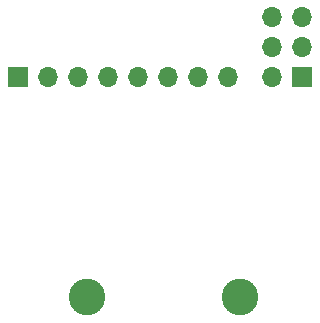
<source format=gbr>
G04 #@! TF.GenerationSoftware,KiCad,Pcbnew,(5.1.8)-1*
G04 #@! TF.CreationDate,2021-02-09T21:10:15+01:00*
G04 #@! TF.ProjectId,attnodev2_prog_o,6174746e-6f64-4657-9632-5f70726f675f,rev?*
G04 #@! TF.SameCoordinates,Original*
G04 #@! TF.FileFunction,Copper,L2,Bot*
G04 #@! TF.FilePolarity,Positive*
%FSLAX46Y46*%
G04 Gerber Fmt 4.6, Leading zero omitted, Abs format (unit mm)*
G04 Created by KiCad (PCBNEW (5.1.8)-1) date 2021-02-09 21:10:15*
%MOMM*%
%LPD*%
G01*
G04 APERTURE LIST*
G04 #@! TA.AperFunction,ComponentPad*
%ADD10O,1.700000X1.700000*%
G04 #@! TD*
G04 #@! TA.AperFunction,ComponentPad*
%ADD11R,1.700000X1.700000*%
G04 #@! TD*
G04 #@! TA.AperFunction,ViaPad*
%ADD12C,3.100000*%
G04 #@! TD*
G04 APERTURE END LIST*
D10*
X79476600Y-59436000D03*
X82016600Y-59436000D03*
X79476600Y-61976000D03*
X82016600Y-61976000D03*
X79476600Y-64516000D03*
D11*
X82016600Y-64516000D03*
D10*
X75692000Y-64516000D03*
X73152000Y-64516000D03*
X70612000Y-64516000D03*
X68072000Y-64516000D03*
X65532000Y-64516000D03*
X62992000Y-64516000D03*
X60452000Y-64516000D03*
D11*
X57912000Y-64516000D03*
D12*
X76776000Y-83100000D03*
X63776000Y-83100000D03*
M02*

</source>
